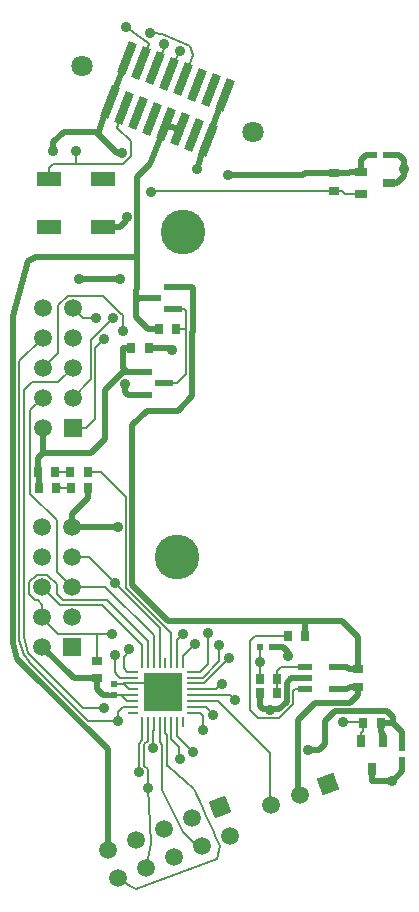
<source format=gtl>
%FSTAX25Y25*%
%MOIN*%
%SFA1B1*%

%IPPOS*%
%AMD11*
4,1,4,0.006200,0.056500,-0.033200,-0.046200,-0.006200,-0.056500,0.033200,0.046200,0.006200,0.056500,0.0*
%
%AMD30*
4,1,4,0.037800,-0.017600,0.017600,0.037800,-0.037800,0.017600,-0.017600,-0.037800,0.037800,-0.017600,0.0*
%
%AMD31*
4,1,4,0.038100,-0.017000,0.017000,0.038100,-0.038100,0.017000,-0.017000,-0.038100,0.038100,-0.017000,0.0*
%
%ADD10C,0.007000*%
G04~CAMADD=11~9~0.0~0.0~1100.0~291.0~0.0~0.0~0~0.0~0.0~0.0~0.0~0~0.0~0.0~0.0~0.0~0~0.0~0.0~0.0~69.0~664.0~1129.0*
%ADD11D11*%
%ADD12R,0.023600X0.019700*%
%ADD13R,0.027600X0.035400*%
%ADD14R,0.048000X0.019700*%
%ADD15O,0.009800X0.033500*%
%ADD16O,0.033500X0.009800*%
%ADD17R,0.129900X0.129900*%
%ADD18R,0.035400X0.027600*%
%ADD19R,0.027600X0.039400*%
%ADD20R,0.019700X0.023600*%
%ADD21R,0.059100X0.023600*%
%ADD22R,0.080000X0.050000*%
%ADD23R,0.039400X0.027600*%
%ADD24C,0.008000*%
%ADD25C,0.020000*%
%ADD26C,0.015000*%
%ADD27C,0.070900*%
%ADD28R,0.059100X0.059100*%
%ADD29C,0.059100*%
G04~CAMADD=30~10~0.0~590.4~0.0~0.0~0.0~0.0~0~0.0~0.0~0.0~0.0~0~0.0~0.0~0.0~0.0~0~0.0~0.0~0.0~290.0~590.4~0.0*
%ADD30D30*%
G04~CAMADD=31~10~0.0~590.4~0.0~0.0~0.0~0.0~0~0.0~0.0~0.0~0.0~0~0.0~0.0~0.0~0.0~0~0.0~0.0~0.0~291.0~590.4~0.0*
%ADD31D31*%
%ADD32C,0.149000*%
%ADD33C,0.035000*%
%LNarmboardproto-1*%
%LPD*%
G54D10*
X094331Y093406D02*
D01*
D01*
G75*
G03X094186Y09342I-0001533J-0008307D01*
G74*G01*
X094331Y093406D02*
X095259Y093D01*
X09394Y09342D02*
X094186D01*
X09441Y092915D02*
Y09308D01*
X09514Y08207D02*
Y08358D01*
Y08416*
X09498Y08191D02*
X09514Y08207D01*
X094404Y092909D02*
X09441Y092915D01*
X09196Y083206D02*
X092684Y08393D01*
X09271*
X09303Y08349D02*
Y084027D01*
X09294Y084117D02*
X09303Y084027D01*
X09612Y071362D02*
X096598D01*
X09675Y07121*
X095782Y070968D02*
X09604Y07071D01*
X095324Y070968D02*
X095782D01*
X095735Y071755D02*
X09657Y07259D01*
X095324Y071755D02*
X095735D01*
X09434Y068212D02*
Y069703D01*
X094252Y069791D02*
X09434Y069703D01*
X094448Y0701D02*
X0945Y070048D01*
Y069019D02*
Y070048D01*
X094448Y0701D02*
Y070486D01*
X09403Y070185D02*
X094055Y07021D01*
X09403Y06961D02*
Y070185D01*
X09726Y072989D02*
Y07317D01*
X09743Y07334*
X097611*
X09761Y071935D02*
Y07247D01*
X091878Y07051D02*
X09288D01*
X091778Y07061D02*
X091878Y07051D01*
X091703Y07093D02*
X0924D01*
X091472Y071162D02*
X091703Y07093D01*
X09314Y074935D02*
Y077975D01*
Y074935D02*
X094645Y07343D01*
X092315Y0788D02*
X09314Y077975D01*
X094645Y072434D02*
Y07343D01*
X09196Y08189D02*
Y083206D01*
X09135Y08128D02*
X09196Y08189D01*
X0921Y08057D02*
Y08295D01*
X0924Y08325*
X09181Y08028D02*
X0921Y08057D01*
X09135Y08028D02*
X09181D01*
X09288Y07051D02*
Y0708D01*
X093048Y070968*
X09277Y07212D02*
Y07269D01*
Y07212D02*
X09284Y07205D01*
X0902Y07452D02*
X09034Y07438D01*
Y07397D02*
Y07438D01*
X09009Y07452D02*
X0902D01*
X089885Y074725D02*
X09009Y07452D01*
X089885Y074725D02*
Y07512D01*
X09015Y075385*
X090512*
X09083Y075067*
Y07475D02*
Y075067D01*
Y07475D02*
X091045Y074535D01*
X092483D02*
X093858Y07316D01*
X091045Y074535D02*
X092483D01*
X09217Y07341D02*
X09266D01*
X09086D02*
X09217D01*
X090625Y073645D02*
X09086Y07341D01*
X09057Y08856D02*
Y08894D01*
X09069Y08906*
X09107*
X098314Y072304D02*
X099094D01*
X098175Y072165D02*
X098314Y072304D01*
X098175Y07191D02*
Y072165D01*
X091865Y0788D02*
X092315D01*
X0945Y069019D02*
X094521Y068998D01*
X09398Y08814D02*
X094025Y088185D01*
X10008*
X100095Y08817*
X0919Y07597D02*
X09277Y0751D01*
X09134Y07597D02*
X0919D01*
X09503Y066802D02*
X095504Y066328D01*
X095675*
X09761Y07247D02*
Y072967D01*
G54D11*
X093173Y092614D03*
X093066Y090941D03*
X09364Y092435D03*
X094107Y092256D03*
X093533Y090762D03*
X094Y090583D03*
X094573Y092077D03*
X09504Y091897D03*
X094467Y090403D03*
X095507Y091718D03*
X094933Y090224D03*
X0954Y090045D03*
X095974Y091539D03*
X096441Y09136D03*
X095867Y089866D03*
X092599Y09112D03*
G54D12*
X098007Y07297D03*
X097613D03*
X101807Y08936D03*
X101413D03*
G54D13*
X099115Y07334D03*
X098525D03*
X101635Y07044D03*
X101045D03*
X097585Y07142D03*
X098175D03*
X094225Y08358D03*
X094815D03*
X091275Y0788D03*
X091865D03*
X091285Y07827D03*
X091875D03*
X093315Y08293D03*
X093905D03*
X090185Y0788D03*
X090775D03*
X090225Y07827D03*
X090815D03*
X098175Y07191D03*
X097585D03*
G54D14*
X100126Y072304D03*
X099094Y07193D03*
Y072304D03*
Y071556D03*
X100126D03*
G54D15*
X093661Y070486D03*
X093858D03*
X094055D03*
X094252D03*
X094448D03*
X094645D03*
X094842D03*
X095039D03*
Y072434D03*
X094842D03*
X094645D03*
X094448D03*
X094252D03*
X094055D03*
X093858D03*
X093661D03*
G54D16*
X095324Y070771D03*
Y070968D03*
Y071165D03*
Y071362D03*
Y071558D03*
Y071755D03*
Y071952D03*
Y072149D03*
X093376D03*
Y071952D03*
Y071755D03*
Y071558D03*
Y071362D03*
Y071165D03*
Y070968D03*
Y070771D03*
G54D17*
X09435Y07146D03*
G54D18*
X10087Y072235D03*
Y071645D03*
X09217Y071925D03*
Y072515D03*
X10008Y088775D03*
Y088185D03*
G54D19*
X101704Y069832D03*
X100956D03*
X10133Y068888D03*
G54D20*
X10234Y069193D03*
Y069587D03*
X09274Y071747D03*
Y071353D03*
G54D21*
X094704Y084236D03*
Y084984D03*
X093996Y08461D03*
X093706Y082134D03*
Y081386D03*
X094414Y08176D03*
G54D22*
X09237Y08856D03*
Y08696D03*
X09057Y08856D03*
Y08696D03*
G54D23*
X100958Y088814D03*
Y088066D03*
X101902Y08844D03*
G54D24*
X093285Y089322D02*
Y089835D01*
X093023Y08906D02*
X093285Y089322D01*
X09146Y08906D02*
X093023D01*
X09504Y091897D02*
X09512Y09202D01*
X095371Y09271*
X095259Y093D02*
X095371Y09271D01*
X094107Y092256D02*
Y09247D01*
X095064Y084236D02*
X09514Y08416D01*
X094815Y08358D02*
X09514D01*
X09483Y08176D02*
X09498Y08191D01*
X09416Y09237D02*
X094404Y092909D01*
X092372Y084685D02*
X09294Y084117D01*
X095324Y071362D02*
X09612D01*
X094252Y069791D02*
Y070486D01*
X09434Y068212D02*
X09503Y066802D01*
X094055Y07021D02*
Y070486D01*
X089909Y072479D02*
X091778Y07061D01*
X09029Y07398D02*
X090625Y073645D01*
X094645Y069905D02*
Y070486D01*
Y069905D02*
X09491Y06964D01*
X094842Y070008D02*
X09538Y06947D01*
X094842Y070008D02*
Y070486D01*
X093745Y069018D02*
Y069728D01*
X09355Y06881D02*
Y069745D01*
X093858Y069841D02*
Y070486D01*
X093745Y069728D02*
X093858Y069841D01*
X093661Y069856D02*
Y070486D01*
X09355Y069745D02*
X093661Y069856D01*
X09284Y07205D02*
X092938Y071952D01*
X093858Y072434D02*
Y07316D01*
X09217Y072515D02*
Y07341D01*
X093376Y071755D02*
X094055D01*
X093745Y069018D02*
X093868Y068895D01*
X089875Y072758D02*
X091472Y071162D01*
X093025Y071755D02*
X093376D01*
X092745Y071742D02*
X093025D01*
Y071755D02*
X093222Y071558D01*
X093376*
X092958Y071362D02*
X093376D01*
X092958D02*
X093155Y071165D01*
X093376*
X091182Y084685D02*
X092372D01*
X092335Y074375D02*
X09277Y07394D01*
X090935Y074375D02*
X092335D01*
X09277Y07394D02*
X093661Y073049D01*
Y072434D02*
Y073049D01*
X092445Y07497D02*
X094055Y07336D01*
X09134Y07497D02*
X092445D01*
X089725Y073298D02*
Y081535D01*
X089575Y07319D02*
Y082505D01*
X09083Y07548D02*
Y077194D01*
X089945Y078079D02*
X09083Y077194D01*
X089945Y078079D02*
Y078569D01*
X09034Y07497D02*
X090935Y074375D01*
X09083Y07548D02*
X09134Y07497D01*
X094842Y072434D02*
Y073212D01*
X09503Y0734*
X095039Y07267D02*
X095439Y07307D01*
X093868Y06827D02*
Y068895D01*
X094521Y068998D02*
X094525Y068994D01*
X09491Y06925D02*
X09494Y06922D01*
X09491Y06925D02*
Y06964D01*
X094525Y068994D02*
X09541Y06823D01*
X095658Y067672*
X09581Y06733*
X09605Y06679*
X09611Y066655*
X09625Y06634*
X09615Y0659D02*
X09625Y06634D01*
X09328Y065004D02*
X09345Y0649D01*
X092874Y065253D02*
X09328Y065004D01*
X09345Y0649D02*
X09615Y0659D01*
X093868Y06827D02*
X093904Y067666D01*
X093978Y06644*
X093905Y066085D02*
X093978Y06644D01*
X093808Y065611D02*
X093905Y066085D01*
X089725Y073298D02*
X089875Y072758D01*
X089575Y07319D02*
X089725Y072696D01*
X09313Y09363D02*
X09373Y09319D01*
X09383Y09313*
X0939Y09307*
X09374Y09259D02*
X0939Y09307D01*
X09364Y092435D02*
X09374Y09259D01*
X09468Y0923D02*
X09492Y09284D01*
X094573Y092077D02*
X09468Y0923D01*
X094107Y092256D02*
X09416Y09237D01*
X09284Y09028D02*
X093031Y090855D01*
X093066Y090941*
X09284Y09028D02*
X093285Y089835D01*
X08999Y0818D02*
X09087D01*
X089725Y081535D02*
X08999Y0818D01*
X09087D02*
X09135Y08228D01*
X089575Y082505D02*
X09035Y08328D01*
X089909Y072479D02*
Y072512D01*
X089725Y072696D02*
X089909Y072512D01*
X097525Y070595D02*
X098232D01*
X09726Y07086D02*
Y072989D01*
Y07086D02*
X097525Y070595D01*
X097611Y07334D02*
X098525D01*
X098232Y070595D02*
X098693Y071056D01*
Y0715*
X098749Y071556*
X099094*
X094414Y08176D02*
X09483D01*
X094704Y084236D02*
X095064D01*
X089937Y080867D02*
X09035Y08128D01*
X089937Y078577D02*
Y080867D01*
Y078577D02*
X089945Y078569D01*
X093048Y070968D02*
X093376D01*
X09277Y0751D02*
X094252Y073618D01*
Y072434D02*
Y073618D01*
X094055Y072434D02*
Y07336D01*
X09085Y084353D02*
X091182Y084685D01*
X09085Y08278D02*
Y084353D01*
X0917Y08393D02*
X09212D01*
X09135Y08428D02*
X0917Y08393D01*
X090765Y07832D02*
X09092D01*
X090765Y078185D02*
Y07832D01*
X090815Y07827D02*
X091285D01*
X090745Y07892D02*
X09088D01*
X091255Y0788D02*
X091265Y07879D01*
X090775Y0788D02*
X091255D01*
X09035Y08228D02*
X09085Y08278D01*
X098175Y07146D02*
Y07191D01*
X09364Y092435D02*
X09371Y092505D01*
X100095Y08817D02*
X10034D01*
X100444Y088066*
X100958*
X090765Y078185D02*
D01*
X092748Y071362D02*
X092958D01*
X101045Y070185D02*
Y07044D01*
X100956Y070096D02*
X101045Y070185D01*
X100956Y069832D02*
Y070096D01*
X09892Y068048D02*
X09894Y068068D01*
X095324Y070771D02*
X095589D01*
X0957Y07066*
Y0702D02*
Y07066D01*
X095324Y072149D02*
X095609D01*
X095039Y072434D02*
Y07267D01*
X09624Y07251D02*
Y07303D01*
X095324Y071952D02*
X095682D01*
X09624Y07251*
X095324Y071165D02*
X096205D01*
X09793Y06944*
X095324Y071558D02*
X096148D01*
X09634Y07175*
X09793Y067757D02*
X097981Y067706D01*
X09793Y067757D02*
Y06944D01*
X10038Y07048D02*
X101005D01*
X101045Y07044*
X09585Y07239D02*
Y07342D01*
X095609Y072149D02*
X09585Y07239D01*
X091265Y07818D02*
X091285Y0782D01*
X091265Y07879D02*
X091275Y0788D01*
X093055Y072635D02*
X09324Y07282D01*
Y07291*
X093055Y072255D02*
Y072635D01*
Y072255D02*
X093161Y072149D01*
X093376*
X092938Y071952D02*
X093376D01*
X09107Y08906D02*
X09146D01*
Y08949*
G54D25*
X095345Y081335D02*
Y083455D01*
X09485Y08084D02*
X095345Y081335D01*
X09535Y08346D02*
Y084944D01*
X095345Y083455D02*
X09535Y08346D01*
X09531Y084984D02*
X09535Y084944D01*
X09957Y06953D02*
X09977Y06973D01*
X09921Y06953D02*
X09957D01*
X093345Y080365D02*
X09382Y08084D01*
X093345Y07502D02*
Y080365D01*
X094525Y07384D02*
X0991D01*
X093345Y07502D02*
X094525Y07384D01*
X09382Y08084D02*
X09485D01*
X0991Y07384D02*
X10033D01*
X099115Y07334D02*
Y073825D01*
X093495Y0849D02*
Y08598D01*
X093485Y08597D02*
X093495Y08598D01*
X090122Y08597D02*
X093485D01*
X093495Y08598D02*
Y088625D01*
X093475Y084495D02*
Y08488D01*
X093495Y0849*
Y088625D02*
X09393Y08906D01*
X09314Y0873D02*
X09315D01*
X10133Y0685D02*
X10202D01*
X0977Y0709D02*
X09824D01*
X093905Y08293D02*
X09467D01*
X09836Y07297D02*
X09853Y0728D01*
Y07267D02*
Y0728D01*
X09134Y0774D02*
X091875Y077935D01*
Y07827*
X09134Y07697D02*
Y0774D01*
Y07697D02*
X09286D01*
X10201Y06849D02*
X10202Y0685D01*
X10234Y06882*
X10133Y0685D02*
Y068888D01*
X10234Y06882D02*
Y069193D01*
X097585Y071015D02*
Y07142D01*
X09217Y07156D02*
X092377Y071353D01*
X09254*
X09217Y07156D02*
Y071925D01*
X09274Y071747D02*
X092745Y071742D01*
X093475Y083985D02*
Y084495D01*
X089365Y073103D02*
Y084015D01*
X09035Y07944D02*
X09197D01*
X091385Y071925D02*
X09217D01*
X09034Y07297D02*
X091385Y071925D01*
X093475Y083985D02*
X09388Y08358D01*
X089365Y073103D02*
X089515Y072576D01*
X089878Y085844D02*
X090122Y08597D01*
X089365Y084015D02*
X089878Y085844D01*
X092115Y090145D02*
X092195Y090065D01*
X09282Y08944*
X092195Y090065D02*
X09238Y09056D01*
X092599Y09112*
X0931Y0924*
X09312Y09243*
X09313Y09245*
X093173Y092614*
X09462Y09031D02*
X094933Y090224D01*
X094467Y090403D02*
X09462Y09031D01*
X09393Y08906D02*
X094467Y090403D01*
X0955Y08889D02*
X09571Y08952D01*
X09583Y08975*
X095867Y089866*
X09628Y09099*
X09633Y09119*
X09639Y09135*
X096441Y09136*
X09035Y07944D02*
Y08028D01*
X090185Y079275D02*
X09035Y07944D01*
X090185Y0788D02*
Y079275D01*
Y0788D02*
X090225Y07876D01*
Y07827D02*
Y07876D01*
X089515Y072576D02*
X092516Y069575D01*
Y066187D02*
Y069575D01*
X094704Y084984D02*
X09531D01*
X10087Y072235D02*
Y0733D01*
X098007Y07297D02*
X09836D01*
X09197Y07944D02*
X09244Y07991D01*
Y081548*
X093026Y082134*
X093176*
X09467Y08287D02*
Y08293D01*
X09156Y08522D02*
X09293D01*
X09388Y08358D02*
X094225D01*
X093475Y084495D02*
X09359Y08461D01*
X09904Y0887D02*
X099115Y088775D01*
X09654Y0887D02*
X09904D01*
X099115Y088775D02*
X10008D01*
X098865Y068103D02*
Y070535D01*
X099425Y071095*
X100595*
X10087Y07137*
Y071645*
X098865Y068103D02*
X09892Y068048D01*
X100506Y071556D02*
X100595Y071645D01*
X100126Y071556D02*
X100506D01*
X100595Y071645D02*
X10087D01*
X1001Y070825D02*
X101845D01*
X09977Y070495D02*
X1001Y070825D01*
X09977Y06973D02*
Y070495D01*
X10204Y07044D02*
X10234Y07014D01*
X10033Y07384D02*
X10087Y0733D01*
X100575Y072235D02*
X10087D01*
X100506Y072304D02*
X100575Y072235D01*
X100126Y072304D02*
X100506D01*
X098483Y071143D02*
Y071766D01*
X098647Y07193*
X099094*
X101635Y07044D02*
X10204D01*
X101845Y070825D02*
X10204Y07063D01*
Y07044D02*
Y07063D01*
X1024Y08889D02*
Y08919D01*
X09359Y08461D02*
X093996D01*
X09304Y08293D02*
X093315D01*
X09304Y08227D02*
Y08293D01*
Y08227D02*
X093176Y082134D01*
X093706*
X1024Y08867D02*
Y08889D01*
X101902Y08844D02*
X10217D01*
X1024Y08867*
X10223Y08936D02*
X1024Y08919D01*
X101807Y08936D02*
X10223D01*
X100958Y088814D02*
X10097Y088826D01*
Y0892*
X10113Y08936*
X101413*
X100594Y088814D02*
X100958D01*
X100555Y088775D02*
X100594Y088814D01*
X10008Y088775D02*
X100555D01*
X09274Y071353D02*
X092748Y071362D01*
X101704Y069832D02*
Y070056D01*
X101635Y070125D02*
X101704Y070056D01*
X101635Y070125D02*
Y07044D01*
X10234Y069587D02*
Y07014D01*
X097585Y071015D02*
X0977Y0709D01*
X094055Y071755D02*
X09435Y07146D01*
X09824Y0709D02*
X098483Y071143D01*
X09237Y08696D02*
X09294D01*
X09314Y08716*
Y0873*
X09282Y08944D02*
X093D01*
X09321Y081386D02*
X093706D01*
X09311Y081486D02*
Y08173D01*
Y081486D02*
X09321Y081386D01*
X091065Y090145D02*
X092115D01*
X09106Y09015D02*
X091065Y090145D01*
X09071Y0898D02*
X09106Y09015D01*
X09071Y0895D02*
Y0898D01*
G54D26*
X09254Y071353D02*
X09274D01*
G54D27*
X091663Y092337D03*
X097377Y090143D03*
G54D28*
X09135Y08028D03*
X09134Y07297D03*
G54D29*
X09035Y08028D03*
X09135Y08128D03*
X09035D03*
X09135Y08228D03*
X09035D03*
X09135Y08328D03*
X09035D03*
X09135Y08428D03*
X09035D03*
X097981Y067706D03*
X09892Y068048D03*
X096608Y066686D03*
X095316Y067262D03*
X095675Y066328D03*
X094383Y066903D03*
X094741Y06597D03*
X093449Y066545D03*
X093808Y065611D03*
X092516Y066187D03*
X092874Y065253D03*
X09034Y07697D03*
X09134D03*
X09034Y07597D03*
X09134D03*
X09034Y07497D03*
X09134D03*
X09034Y07397D03*
X09134D03*
X09034Y07297D03*
G54D30*
X09986Y06839D03*
G54D31*
X09625Y06762D03*
G54D32*
X09484Y07597D03*
X09502Y08681D03*
G54D33*
X093Y08944D03*
X09394Y09342D03*
X09441Y09308D03*
X09492Y09284D03*
X09313Y09363D03*
X09212Y08393D03*
X09315Y0873D03*
X0924Y07093D03*
X09303Y08349D03*
X094665Y071145D03*
X09403Y06961D03*
X094035Y071145D03*
X094665Y071775D03*
X094035D03*
X09355Y06881D03*
X09277Y07269D03*
X09853Y07267D03*
X09398Y08814D03*
X09286Y07697D03*
X10201Y06849D03*
X09761Y07247D03*
X0924Y08325D03*
X09271Y08393D03*
X09277Y0751D03*
X09675Y07121D03*
X09467Y08287D03*
X09156Y08522D03*
X09288Y07051D03*
X09921Y06953D03*
X1024Y08889D03*
X09146Y08949D03*
X093868Y06827D03*
X09266Y07341D03*
X09538Y06947D03*
X09494Y06922D03*
X09503Y0734D03*
X09544Y07307D03*
X09792Y07088D03*
X0957Y0702D03*
X09585Y07342D03*
X09624Y07303D03*
X09657Y07259D03*
X09634Y07175D03*
X09604Y07071D03*
X10038Y07048D03*
X09311Y08173D03*
X09071Y0895D03*
X09654Y0887D03*
X0955Y08889D03*
X09293Y08522D03*
X09324Y07291D03*
M02*
</source>
